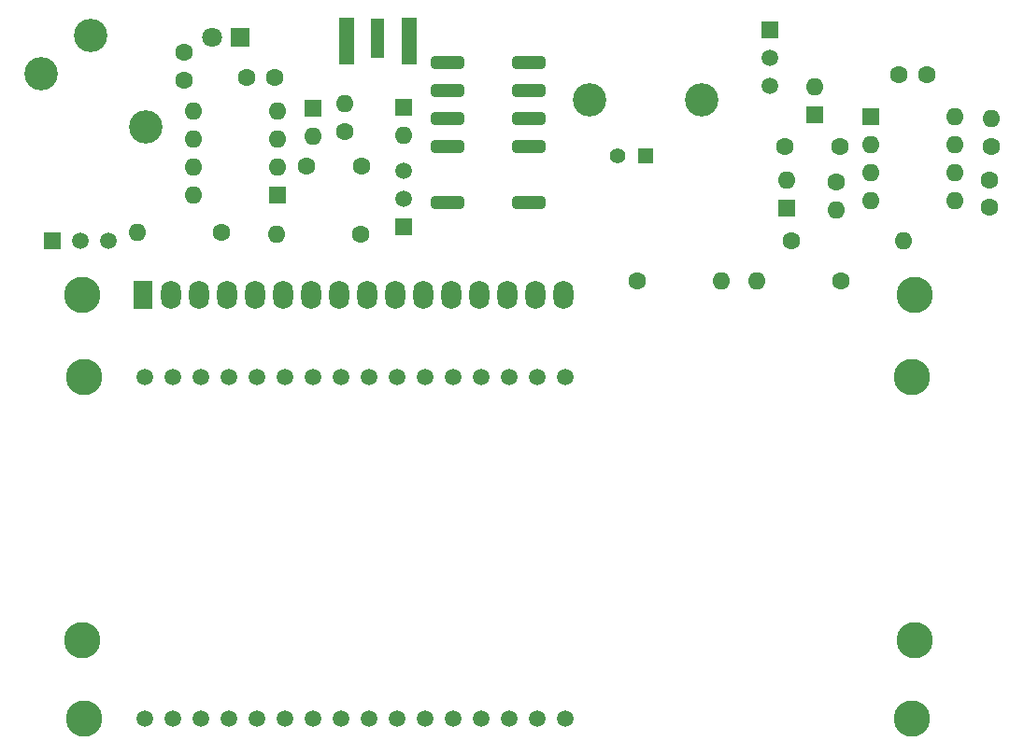
<source format=gbr>
%TF.GenerationSoftware,KiCad,Pcbnew,(6.0.7)*%
%TF.CreationDate,2022-12-07T12:16:08-08:00*%
%TF.ProjectId,TR interface,54522069-6e74-4657-9266-6163652e6b69,rev?*%
%TF.SameCoordinates,Original*%
%TF.FileFunction,Soldermask,Top*%
%TF.FilePolarity,Negative*%
%FSLAX46Y46*%
G04 Gerber Fmt 4.6, Leading zero omitted, Abs format (unit mm)*
G04 Created by KiCad (PCBNEW (6.0.7)) date 2022-12-07 12:16:08*
%MOMM*%
%LPD*%
G01*
G04 APERTURE LIST*
G04 Aperture macros list*
%AMRoundRect*
0 Rectangle with rounded corners*
0 $1 Rounding radius*
0 $2 $3 $4 $5 $6 $7 $8 $9 X,Y pos of 4 corners*
0 Add a 4 corners polygon primitive as box body*
4,1,4,$2,$3,$4,$5,$6,$7,$8,$9,$2,$3,0*
0 Add four circle primitives for the rounded corners*
1,1,$1+$1,$2,$3*
1,1,$1+$1,$4,$5*
1,1,$1+$1,$6,$7*
1,1,$1+$1,$8,$9*
0 Add four rect primitives between the rounded corners*
20,1,$1+$1,$2,$3,$4,$5,0*
20,1,$1+$1,$4,$5,$6,$7,0*
20,1,$1+$1,$6,$7,$8,$9,0*
20,1,$1+$1,$8,$9,$2,$3,0*%
G04 Aperture macros list end*
%ADD10C,3.016000*%
%ADD11R,1.600000X1.600000*%
%ADD12O,1.600000X1.600000*%
%ADD13C,3.300000*%
%ADD14R,1.800000X2.600000*%
%ADD15O,1.800000X2.600000*%
%ADD16C,1.600000*%
%ADD17R,1.500000X1.500000*%
%ADD18C,1.500000*%
%ADD19RoundRect,0.249750X1.250250X-0.305250X1.250250X0.305250X-1.250250X0.305250X-1.250250X-0.305250X0*%
%ADD20R,1.398000X1.398000*%
%ADD21C,1.398000*%
%ADD22C,3.015000*%
%ADD23R,1.270000X3.600000*%
%ADD24R,1.350000X4.200000*%
%ADD25R,1.800000X1.800000*%
%ADD26C,1.800000*%
G04 APERTURE END LIST*
D10*
%TO.C,J5*%
X39382100Y-23400000D03*
X34882100Y-26900000D03*
X44382100Y-31700000D03*
%TD*%
D11*
%TO.C,D1*%
X59500000Y-30000000D03*
D12*
X59500000Y-32540000D03*
%TD*%
D13*
%TO.C,J1*%
X114049480Y-78300700D03*
X38650900Y-46900000D03*
X114050000Y-46900000D03*
X38650900Y-78300700D03*
D14*
X44150000Y-46900000D03*
D15*
X46690000Y-46900000D03*
X49230000Y-46900000D03*
X51770000Y-46900000D03*
X54310000Y-46900000D03*
X56850000Y-46900000D03*
X59390000Y-46900000D03*
X61930000Y-46900000D03*
X64470000Y-46900000D03*
X67010000Y-46900000D03*
X69550000Y-46900000D03*
X72090000Y-46900000D03*
X74630000Y-46900000D03*
X77170000Y-46900000D03*
X79710000Y-46900000D03*
X82250000Y-46900000D03*
%TD*%
D16*
%TO.C,R1*%
X107360000Y-45700000D03*
D12*
X99740000Y-45700000D03*
%TD*%
D11*
%TO.C,D2*%
X102450000Y-39050000D03*
D12*
X102450000Y-36510000D03*
%TD*%
D16*
%TO.C,R7*%
X63860000Y-41450000D03*
D12*
X56240000Y-41450000D03*
%TD*%
D17*
%TO.C,Q1*%
X35910000Y-42040000D03*
D18*
X38450000Y-42040000D03*
X40990000Y-42040000D03*
%TD*%
D16*
%TO.C,R3*%
X106900000Y-36700000D03*
D12*
X106900000Y-39240000D03*
%TD*%
D11*
%TO.C,D5*%
X105000000Y-30640000D03*
D12*
X105000000Y-28100000D03*
%TD*%
D16*
%TO.C,C4*%
X120800000Y-39000000D03*
X120800000Y-36500000D03*
%TD*%
D19*
%TO.C,K1*%
X79045000Y-38550000D03*
X79045000Y-33470000D03*
X79045000Y-30930000D03*
X79045000Y-28390000D03*
X79045000Y-25850000D03*
X71755000Y-25850000D03*
X71755000Y-28390000D03*
X71755000Y-30930000D03*
X71755000Y-33470000D03*
X71755000Y-38550000D03*
%TD*%
D11*
%TO.C,D4*%
X67700000Y-29935686D03*
D12*
X67700000Y-32475686D03*
%TD*%
D17*
%TO.C,Q3*%
X100890000Y-22860000D03*
D18*
X100890000Y-25400000D03*
X100890000Y-27940000D03*
%TD*%
D17*
%TO.C,Q2*%
X67750000Y-40750000D03*
D18*
X67750000Y-38210000D03*
X67750000Y-35670000D03*
%TD*%
D16*
%TO.C,R4*%
X51200000Y-41250000D03*
D12*
X43580000Y-41250000D03*
%TD*%
D16*
%TO.C,C3*%
X47850000Y-24950000D03*
X47850000Y-27450000D03*
%TD*%
%TO.C,R2*%
X62400000Y-32145000D03*
D12*
X62400000Y-29605000D03*
%TD*%
D11*
%TO.C,U2*%
X110050000Y-30750000D03*
D12*
X110050000Y-33290000D03*
X110050000Y-35830000D03*
X110050000Y-38370000D03*
X117670000Y-38370000D03*
X117670000Y-35830000D03*
X117670000Y-33290000D03*
X117670000Y-30750000D03*
%TD*%
D20*
%TO.C,J3*%
X89650000Y-34341500D03*
D21*
X87110000Y-34341500D03*
D22*
X84570000Y-29261500D03*
X94730000Y-29261500D03*
%TD*%
D16*
%TO.C,R8*%
X102870000Y-42050000D03*
D12*
X113030000Y-42050000D03*
%TD*%
D16*
%TO.C,R5*%
X121000000Y-33495000D03*
D12*
X121000000Y-30955000D03*
%TD*%
D16*
%TO.C,C1*%
X63950000Y-35250000D03*
X58950000Y-35250000D03*
%TD*%
D23*
%TO.C,J4*%
X65400000Y-23700000D03*
D24*
X68225000Y-23900000D03*
X62575000Y-23900000D03*
%TD*%
D25*
%TO.C,D3*%
X52925000Y-23600000D03*
D26*
X50385000Y-23600000D03*
%TD*%
D18*
%TO.C,DS1*%
X44300000Y-85400000D03*
X46840000Y-85400000D03*
X49380000Y-85400000D03*
X51920000Y-85400000D03*
X54460000Y-85400000D03*
X57000000Y-85400000D03*
X59540000Y-85400000D03*
X62080000Y-85400000D03*
X64620000Y-85400000D03*
X67160000Y-85400000D03*
X69700000Y-85400000D03*
X72240000Y-85400000D03*
X74780000Y-85400000D03*
X77320000Y-85400000D03*
X79860000Y-85400000D03*
X82400000Y-85400000D03*
X44300000Y-54400000D03*
X46840000Y-54400000D03*
X49380000Y-54400000D03*
X51920000Y-54400000D03*
X54460000Y-54400000D03*
X57000000Y-54400000D03*
X59540000Y-54400000D03*
X62080000Y-54400000D03*
X64620000Y-54400000D03*
X67160000Y-54400000D03*
X69700000Y-54400000D03*
X72240000Y-54400000D03*
X74780000Y-54400000D03*
X77320000Y-54400000D03*
X79860000Y-54400000D03*
X82400000Y-54400000D03*
D13*
X38800000Y-85400000D03*
X38800000Y-54400000D03*
X113800000Y-54400000D03*
X113800000Y-85400000D03*
%TD*%
D16*
%TO.C,R6*%
X88890000Y-45700000D03*
D12*
X96510000Y-45700000D03*
%TD*%
D16*
%TO.C,C6*%
X112650000Y-26950000D03*
X115150000Y-26950000D03*
%TD*%
D11*
%TO.C,U1*%
X56300000Y-37850000D03*
D12*
X56300000Y-35310000D03*
X56300000Y-32770000D03*
X56300000Y-30230000D03*
X48680000Y-30230000D03*
X48680000Y-32770000D03*
X48680000Y-35310000D03*
X48680000Y-37850000D03*
%TD*%
D16*
%TO.C,C5*%
X53550000Y-27250000D03*
X56050000Y-27250000D03*
%TD*%
%TO.C,C2*%
X102250000Y-33500000D03*
X107250000Y-33500000D03*
%TD*%
M02*

</source>
